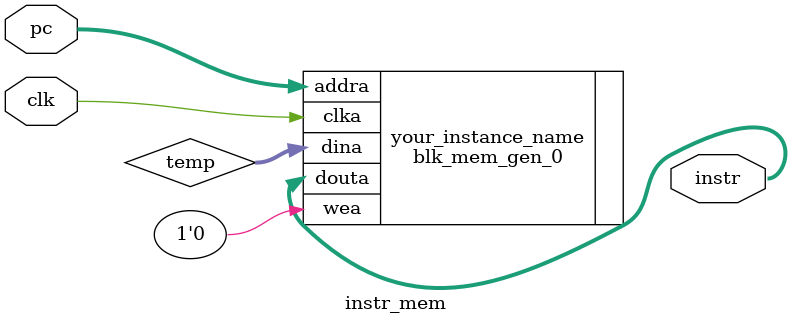
<source format=v>
`timescale 1ns / 1ps


module instr_mem(
    input clk,
    output [31:0] instr,
    input [31:0] pc
);

    wire [31:0] temp;
    
    blk_mem_gen_0 your_instance_name (
      .clka(clk),    // input wire clka
      .wea(1'b0),      // input wire [0 : 0] wea
      .addra(pc),  // input wire [15 : 0] addra
      .dina(temp),    // input wire [31 : 0] dina
      .douta(instr)  // output wire [31 : 0] douta
    );
endmodule

</source>
